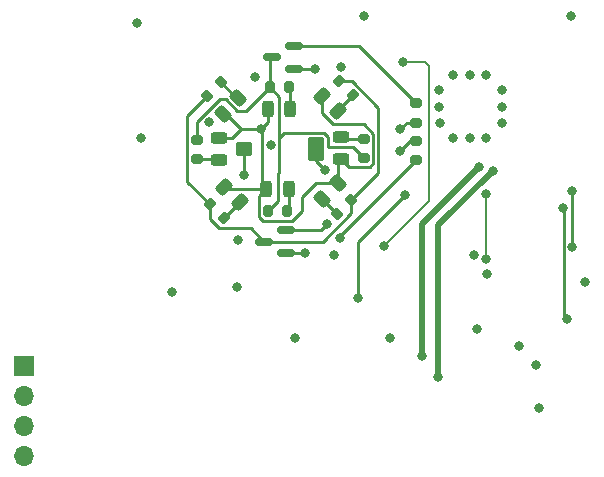
<source format=gbr>
%TF.GenerationSoftware,KiCad,Pcbnew,7.0.9*%
%TF.CreationDate,2023-12-19T02:47:06+01:00*%
%TF.ProjectId,biosensorbox,62696f73-656e-4736-9f72-626f782e6b69,rev?*%
%TF.SameCoordinates,Original*%
%TF.FileFunction,Copper,L4,Bot*%
%TF.FilePolarity,Positive*%
%FSLAX46Y46*%
G04 Gerber Fmt 4.6, Leading zero omitted, Abs format (unit mm)*
G04 Created by KiCad (PCBNEW 7.0.9) date 2023-12-19 02:47:06*
%MOMM*%
%LPD*%
G01*
G04 APERTURE LIST*
G04 Aperture macros list*
%AMRoundRect*
0 Rectangle with rounded corners*
0 $1 Rounding radius*
0 $2 $3 $4 $5 $6 $7 $8 $9 X,Y pos of 4 corners*
0 Add a 4 corners polygon primitive as box body*
4,1,4,$2,$3,$4,$5,$6,$7,$8,$9,$2,$3,0*
0 Add four circle primitives for the rounded corners*
1,1,$1+$1,$2,$3*
1,1,$1+$1,$4,$5*
1,1,$1+$1,$6,$7*
1,1,$1+$1,$8,$9*
0 Add four rect primitives between the rounded corners*
20,1,$1+$1,$2,$3,$4,$5,0*
20,1,$1+$1,$4,$5,$6,$7,0*
20,1,$1+$1,$6,$7,$8,$9,0*
20,1,$1+$1,$8,$9,$2,$3,0*%
G04 Aperture macros list end*
%TA.AperFunction,SMDPad,CuDef*%
%ADD10RoundRect,0.243750X-0.150260X0.494975X-0.494975X0.150260X0.150260X-0.494975X0.494975X-0.150260X0*%
%TD*%
%TA.AperFunction,SMDPad,CuDef*%
%ADD11RoundRect,0.243750X0.494975X0.150260X0.150260X0.494975X-0.494975X-0.150260X-0.150260X-0.494975X0*%
%TD*%
%TA.AperFunction,SMDPad,CuDef*%
%ADD12RoundRect,0.243750X0.150260X-0.494975X0.494975X-0.150260X-0.150260X0.494975X-0.494975X0.150260X0*%
%TD*%
%TA.AperFunction,SMDPad,CuDef*%
%ADD13RoundRect,0.243750X0.456250X-0.243750X0.456250X0.243750X-0.456250X0.243750X-0.456250X-0.243750X0*%
%TD*%
%TA.AperFunction,SMDPad,CuDef*%
%ADD14RoundRect,0.243750X0.243750X0.456250X-0.243750X0.456250X-0.243750X-0.456250X0.243750X-0.456250X0*%
%TD*%
%TA.AperFunction,SMDPad,CuDef*%
%ADD15RoundRect,0.243750X-0.456250X0.243750X-0.456250X-0.243750X0.456250X-0.243750X0.456250X0.243750X0*%
%TD*%
%TA.AperFunction,ComponentPad*%
%ADD16R,1.700000X1.700000*%
%TD*%
%TA.AperFunction,ComponentPad*%
%ADD17O,1.700000X1.700000*%
%TD*%
%TA.AperFunction,SMDPad,CuDef*%
%ADD18RoundRect,0.200000X0.053033X-0.335876X0.335876X-0.053033X-0.053033X0.335876X-0.335876X0.053033X0*%
%TD*%
%TA.AperFunction,SMDPad,CuDef*%
%ADD19RoundRect,0.175000X-0.525000X-0.825000X0.525000X-0.825000X0.525000X0.825000X-0.525000X0.825000X0*%
%TD*%
%TA.AperFunction,SMDPad,CuDef*%
%ADD20RoundRect,0.150000X-0.550000X-0.450000X0.550000X-0.450000X0.550000X0.450000X-0.550000X0.450000X0*%
%TD*%
%TA.AperFunction,SMDPad,CuDef*%
%ADD21RoundRect,0.200000X-0.200000X-0.275000X0.200000X-0.275000X0.200000X0.275000X-0.200000X0.275000X0*%
%TD*%
%TA.AperFunction,SMDPad,CuDef*%
%ADD22RoundRect,0.200000X-0.275000X0.200000X-0.275000X-0.200000X0.275000X-0.200000X0.275000X0.200000X0*%
%TD*%
%TA.AperFunction,SMDPad,CuDef*%
%ADD23RoundRect,0.200000X-0.053033X0.335876X-0.335876X0.053033X0.053033X-0.335876X0.335876X-0.053033X0*%
%TD*%
%TA.AperFunction,SMDPad,CuDef*%
%ADD24RoundRect,0.150000X0.587500X0.150000X-0.587500X0.150000X-0.587500X-0.150000X0.587500X-0.150000X0*%
%TD*%
%TA.AperFunction,SMDPad,CuDef*%
%ADD25RoundRect,0.200000X0.275000X-0.200000X0.275000X0.200000X-0.275000X0.200000X-0.275000X-0.200000X0*%
%TD*%
%TA.AperFunction,SMDPad,CuDef*%
%ADD26RoundRect,0.200000X-0.335876X-0.053033X-0.053033X-0.335876X0.335876X0.053033X0.053033X0.335876X0*%
%TD*%
%TA.AperFunction,ViaPad*%
%ADD27C,0.800000*%
%TD*%
%TA.AperFunction,Conductor*%
%ADD28C,0.250000*%
%TD*%
%TA.AperFunction,Conductor*%
%ADD29C,0.500000*%
%TD*%
%TA.AperFunction,Conductor*%
%ADD30C,0.200000*%
%TD*%
G04 APERTURE END LIST*
D10*
%TO.P,D9,1,K*%
%TO.N,Net-(D9-K)*%
X129745713Y-71320687D03*
%TO.P,D9,2,A*%
%TO.N,+3V3*%
X128419887Y-72646513D03*
%TD*%
D11*
%TO.P,D8,1,K*%
%TO.N,Net-(D8-K)*%
X129899103Y-80138103D03*
%TO.P,D8,2,A*%
%TO.N,+3V3*%
X128573277Y-78812277D03*
%TD*%
D12*
%TO.P,D7,1,K*%
%TO.N,Net-(D7-K)*%
X136844174Y-79835826D03*
%TO.P,D7,2,A*%
%TO.N,+3V3*%
X138170000Y-78510000D03*
%TD*%
D11*
%TO.P,D6,1,K*%
%TO.N,Net-(D6-K)*%
X138178513Y-72445266D03*
%TO.P,D6,2,A*%
%TO.N,+3V3*%
X136852687Y-71119440D03*
%TD*%
D13*
%TO.P,D4,1,K*%
%TO.N,Net-(D4-K)*%
X128075600Y-76592000D03*
%TO.P,D4,2,A*%
%TO.N,+3V3*%
X128075600Y-74717000D03*
%TD*%
D14*
%TO.P,D3,1,K*%
%TO.N,Net-(D3-K)*%
X134000000Y-79020000D03*
%TO.P,D3,2,A*%
%TO.N,+3V3*%
X132125000Y-79020000D03*
%TD*%
D15*
%TO.P,D2,1,K*%
%TO.N,Net-(D2-K)*%
X138450000Y-74642500D03*
%TO.P,D2,2,A*%
%TO.N,+3V3*%
X138450000Y-76517500D03*
%TD*%
D14*
%TO.P,D1,1,K*%
%TO.N,Net-(D1-K)*%
X134120000Y-72220000D03*
%TO.P,D1,2,A*%
%TO.N,+3V3*%
X132245000Y-72220000D03*
%TD*%
D16*
%TO.P,J2,1,Pin_1*%
%TO.N,/SDA_DISP*%
X111640000Y-93970000D03*
D17*
%TO.P,J2,2,Pin_2*%
%TO.N,/SCL_DISP*%
X111640000Y-96510000D03*
%TO.P,J2,3,Pin_3*%
%TO.N,+3V3*%
X111640000Y-99050000D03*
%TO.P,J2,4,Pin_4*%
%TO.N,GND*%
X111640000Y-101590000D03*
%TD*%
D18*
%TO.P,R17,1*%
%TO.N,Net-(Q1-D)*%
X127100000Y-71160000D03*
%TO.P,R17,2*%
%TO.N,Net-(D9-K)*%
X128266726Y-69993274D03*
%TD*%
D19*
%TO.P,D5,1,K*%
%TO.N,Net-(D5-K)*%
X136298400Y-75641200D03*
D20*
%TO.P,D5,2,A*%
%TO.N,GND*%
X130198400Y-75641200D03*
%TD*%
D21*
%TO.P,R6,1*%
%TO.N,Net-(Q2-D)*%
X132227300Y-80899200D03*
%TO.P,R6,2*%
%TO.N,Net-(D3-K)*%
X133877300Y-80899200D03*
%TD*%
D22*
%TO.P,R18,1*%
%TO.N,/GREEN_DRIVER*%
X144805400Y-74943200D03*
%TO.P,R18,2*%
%TO.N,Net-(Q1-G)*%
X144805400Y-76593200D03*
%TD*%
%TO.P,R7,1*%
%TO.N,Net-(Q2-D)*%
X126240000Y-74865000D03*
%TO.P,R7,2*%
%TO.N,Net-(D4-K)*%
X126240000Y-76515000D03*
%TD*%
D23*
%TO.P,R15,1*%
%TO.N,Net-(Q1-D)*%
X139296726Y-79943274D03*
%TO.P,R15,2*%
%TO.N,Net-(D7-K)*%
X138130000Y-81110000D03*
%TD*%
D24*
%TO.P,Q2,1,G*%
%TO.N,Net-(Q2-G)*%
X134490000Y-66920000D03*
%TO.P,Q2,2,S*%
%TO.N,GND*%
X134490000Y-68820000D03*
%TO.P,Q2,3,D*%
%TO.N,Net-(Q2-D)*%
X132615000Y-67870000D03*
%TD*%
D25*
%TO.P,R8,1*%
%TO.N,/RED_DRIVER*%
X144805400Y-73405000D03*
%TO.P,R8,2*%
%TO.N,Net-(Q2-G)*%
X144805400Y-71755000D03*
%TD*%
D26*
%TO.P,R16,1*%
%TO.N,Net-(Q1-D)*%
X127343274Y-80313274D03*
%TO.P,R16,2*%
%TO.N,Net-(D8-K)*%
X128510000Y-81480000D03*
%TD*%
D21*
%TO.P,R4,2*%
%TO.N,Net-(D1-K)*%
X134080000Y-70400000D03*
%TO.P,R4,1*%
%TO.N,Net-(Q2-D)*%
X132430000Y-70400000D03*
%TD*%
D26*
%TO.P,R14,1*%
%TO.N,Net-(Q1-D)*%
X138253274Y-69913274D03*
%TO.P,R14,2*%
%TO.N,Net-(D6-K)*%
X139420000Y-71080000D03*
%TD*%
D25*
%TO.P,R5,1*%
%TO.N,Net-(Q2-D)*%
X140390000Y-76425000D03*
%TO.P,R5,2*%
%TO.N,Net-(D2-K)*%
X140390000Y-74775000D03*
%TD*%
D24*
%TO.P,Q1,1,G*%
%TO.N,Net-(Q1-G)*%
X133781800Y-82529600D03*
%TO.P,Q1,2,S*%
%TO.N,GND*%
X133781800Y-84429600D03*
%TO.P,Q1,3,D*%
%TO.N,Net-(Q1-D)*%
X131906800Y-83479600D03*
%TD*%
D27*
%TO.N,Net-(Q1-G)*%
X138370000Y-83130000D03*
X137280000Y-81990000D03*
%TO.N,GND*%
X136270000Y-68840000D03*
X121200000Y-65000000D03*
%TO.N,/SCL_DISP*%
X146660000Y-94930000D03*
X151270000Y-77480000D03*
%TO.N,/SDA_DISP*%
X150090000Y-77160000D03*
X145280000Y-93130000D03*
%TO.N,GND*%
X121500000Y-74710000D03*
X129610000Y-87340000D03*
X124150000Y-87760000D03*
%TO.N,+3V3*%
X131640000Y-73965300D03*
%TO.N,Net-(D5-K)*%
X137120000Y-77440000D03*
%TO.N,GND*%
X132500000Y-75290000D03*
%TO.N,+3V3*%
X150740000Y-84910000D03*
X158030000Y-79230000D03*
X158030000Y-83910000D03*
X150740000Y-79450000D03*
%TO.N,GND*%
X140370000Y-64340000D03*
X152080000Y-72060000D03*
X142600000Y-91670000D03*
X157940000Y-64340000D03*
X152100000Y-73450000D03*
X155230000Y-97520000D03*
X134540000Y-91670000D03*
X146750000Y-70670000D03*
X149720000Y-84570000D03*
X146790000Y-73450000D03*
X135400000Y-84420000D03*
X159140000Y-86900000D03*
X149350000Y-69360000D03*
X131170000Y-69530000D03*
X130210000Y-77799502D03*
X146750000Y-72050000D03*
X149950000Y-90880000D03*
X138479399Y-68679399D03*
X149360000Y-74710000D03*
X129680000Y-83300000D03*
X152060000Y-70660000D03*
X150750000Y-69380000D03*
X147950000Y-69340000D03*
X153520000Y-92350000D03*
X150760000Y-74710000D03*
X150780000Y-86190000D03*
X137840000Y-84580000D03*
X154920000Y-93890000D03*
X127290000Y-73320000D03*
X147950000Y-74710000D03*
%TO.N,Net-(U1-EN)*%
X142090000Y-83860000D03*
X143660000Y-68270000D03*
%TO.N,/DisplayButton*%
X139870000Y-88290000D03*
X143890000Y-79490000D03*
%TO.N,/RED_DRIVER*%
X143460000Y-73940000D03*
%TO.N,/GREEN_DRIVER*%
X143450000Y-75770000D03*
%TO.N,/INT_IMU*%
X157600000Y-90060000D03*
X157270000Y-80590000D03*
%TD*%
D28*
%TO.N,Net-(Q1-G)*%
X138370000Y-83028600D02*
X144805400Y-76593200D01*
X138370000Y-83130000D02*
X138370000Y-83028600D01*
X133781800Y-82529600D02*
X136740400Y-82529600D01*
X136740400Y-82529600D02*
X137280000Y-81990000D01*
%TO.N,Net-(Q1-D)*%
X139296726Y-81074646D02*
X139296726Y-79943274D01*
X136891772Y-83479600D02*
X139296726Y-81074646D01*
X131906800Y-83479600D02*
X136891772Y-83479600D01*
X125440000Y-78410000D02*
X125440000Y-72820000D01*
X125440000Y-72820000D02*
X127100000Y-71160000D01*
X127343274Y-80313274D02*
X125440000Y-78410000D01*
%TO.N,Net-(D4-K)*%
X126240000Y-76515000D02*
X127998600Y-76515000D01*
X127998600Y-76515000D02*
X128075600Y-76592000D01*
%TO.N,Net-(Q2-D)*%
X126240000Y-73340000D02*
X126240000Y-74865000D01*
X128178765Y-71401235D02*
X126240000Y-73340000D01*
X130440813Y-72389187D02*
X129665165Y-72389187D01*
X132430000Y-70400000D02*
X130440813Y-72389187D01*
X129665165Y-72389187D02*
X128677213Y-71401235D01*
X128677213Y-71401235D02*
X128178765Y-71401235D01*
%TO.N,+3V3*%
X131775000Y-74100300D02*
X131640000Y-73965300D01*
X131775000Y-78670000D02*
X131775000Y-74100300D01*
X132125000Y-79020000D02*
X131775000Y-78670000D01*
%TO.N,Net-(D1-K)*%
X134120000Y-70440000D02*
X134080000Y-70400000D01*
X134120000Y-72220000D02*
X134120000Y-70440000D01*
%TO.N,Net-(D4-K)*%
X126537000Y-76592000D02*
X126450000Y-76505000D01*
%TO.N,+3V3*%
X129199106Y-74717000D02*
X129950806Y-73965300D01*
X128075600Y-74717000D02*
X129199106Y-74717000D01*
X136852687Y-72582687D02*
X136852687Y-71119440D01*
X137790000Y-73520000D02*
X136852687Y-72582687D01*
X141190000Y-74351996D02*
X140358004Y-73520000D01*
X141190000Y-76848004D02*
X141190000Y-74351996D01*
X139082500Y-77150000D02*
X140888004Y-77150000D01*
X140358004Y-73520000D02*
X137790000Y-73520000D01*
X138450000Y-76517500D02*
X139082500Y-77150000D01*
X140888004Y-77150000D02*
X141190000Y-76848004D01*
%TO.N,Net-(Q2-D)*%
X133598800Y-74316200D02*
X133225000Y-74690000D01*
X137323400Y-75455000D02*
X137323400Y-74604244D01*
X137323400Y-74604244D02*
X137035356Y-74316200D01*
X139420000Y-75455000D02*
X137323400Y-75455000D01*
X140390000Y-76425000D02*
X139420000Y-75455000D01*
X137035356Y-74316200D02*
X133598800Y-74316200D01*
%TO.N,+3V3*%
X134310000Y-81710000D02*
X135140000Y-80880000D01*
X131502300Y-81397204D02*
X131815096Y-81710000D01*
X131815096Y-81710000D02*
X134310000Y-81710000D01*
X131502300Y-79642700D02*
X131502300Y-81397204D01*
X132125000Y-79020000D02*
X131502300Y-79642700D01*
%TO.N,Net-(Q2-D)*%
X133070200Y-80056300D02*
X132227300Y-80899200D01*
X133070200Y-77749800D02*
X133070200Y-80056300D01*
X133225000Y-77595000D02*
X133070200Y-77749800D01*
X133225000Y-71195000D02*
X133225000Y-77595000D01*
X132430000Y-70400000D02*
X133225000Y-71195000D01*
%TO.N,Net-(D3-K)*%
X134000000Y-80776500D02*
X133877300Y-80899200D01*
X134000000Y-79020000D02*
X134000000Y-80776500D01*
%TO.N,+3V3*%
X132125000Y-79020000D02*
X128781000Y-79020000D01*
X128781000Y-79020000D02*
X128573277Y-78812277D01*
X132245000Y-73360300D02*
X131640000Y-73965300D01*
X132245000Y-72220000D02*
X132245000Y-73360300D01*
%TO.N,GND*%
X136250000Y-68820000D02*
X136270000Y-68840000D01*
X134490000Y-68820000D02*
X136250000Y-68820000D01*
%TO.N,Net-(Q2-G)*%
X139970400Y-66920000D02*
X144805400Y-71755000D01*
X134490000Y-66920000D02*
X139970400Y-66920000D01*
%TO.N,Net-(Q2-D)*%
X132430000Y-68055000D02*
X132615000Y-67870000D01*
X132430000Y-70400000D02*
X132430000Y-68055000D01*
%TO.N,Net-(D2-K)*%
X138582500Y-74775000D02*
X138450000Y-74642500D01*
X140390000Y-74775000D02*
X138582500Y-74775000D01*
%TO.N,Net-(D7-K)*%
X136855826Y-79835826D02*
X138130000Y-81110000D01*
X136844174Y-79835826D02*
X136855826Y-79835826D01*
%TO.N,+3V3*%
X138170000Y-78510000D02*
X136320000Y-78510000D01*
X136320000Y-78510000D02*
X135140000Y-79690000D01*
X138170000Y-76797500D02*
X138450000Y-76517500D01*
X138170000Y-78510000D02*
X138170000Y-76797500D01*
D29*
%TO.N,/SCL_DISP*%
X146660000Y-82090000D02*
X146660000Y-94930000D01*
X151270000Y-77480000D02*
X146660000Y-82090000D01*
%TO.N,/SDA_DISP*%
X145280000Y-81970000D02*
X150090000Y-77160000D01*
X145280000Y-93130000D02*
X145280000Y-81970000D01*
D28*
%TO.N,Net-(D9-K)*%
X129594139Y-71320687D02*
X128266726Y-69993274D01*
X129745713Y-71320687D02*
X129594139Y-71320687D01*
%TO.N,Net-(Q1-D)*%
X127343274Y-81573274D02*
X127343274Y-80313274D01*
X128130000Y-82360000D02*
X127343274Y-81573274D01*
X130787200Y-82360000D02*
X128130000Y-82360000D01*
X131906800Y-83479600D02*
X130787200Y-82360000D01*
%TO.N,Net-(D8-K)*%
X129851897Y-80138103D02*
X128510000Y-81480000D01*
X129899103Y-80138103D02*
X129851897Y-80138103D01*
%TO.N,+3V3*%
X132086223Y-78812277D02*
X132107700Y-78790800D01*
%TO.N,Net-(D3-K)*%
X133860000Y-78913500D02*
X133982700Y-78790800D01*
%TO.N,Net-(Q1-D)*%
X139296726Y-79943274D02*
X141610000Y-77630000D01*
%TO.N,Net-(D7-K)*%
X138130000Y-81110000D02*
X138051774Y-81110000D01*
%TO.N,Net-(Q1-D)*%
X141610000Y-72138628D02*
X141610000Y-77630000D01*
X139384646Y-69913274D02*
X141610000Y-72138628D01*
X138253274Y-69913274D02*
X139384646Y-69913274D01*
%TO.N,Net-(D6-K)*%
X138178513Y-72321487D02*
X139420000Y-71080000D01*
X138178513Y-72445266D02*
X138178513Y-72321487D01*
%TO.N,Net-(D1-K)*%
X133865000Y-72348600D02*
X133957200Y-72440800D01*
%TO.N,+3V3*%
X128525953Y-72540447D02*
X129950806Y-73965300D01*
X129950806Y-73965300D02*
X131640000Y-73965300D01*
X135140000Y-79690000D02*
X135140000Y-80880000D01*
%TO.N,Net-(D5-K)*%
X136298400Y-76618400D02*
X137120000Y-77440000D01*
X136298400Y-75641200D02*
X136298400Y-76618400D01*
X136340000Y-76360000D02*
X136370000Y-76390000D01*
D30*
%TO.N,+3V3*%
X150740000Y-84910000D02*
X150740000Y-79450000D01*
D28*
X128371600Y-72694800D02*
X128525953Y-72540447D01*
X158030000Y-83910000D02*
X158030000Y-79230000D01*
X137970847Y-76557553D02*
X138125200Y-76403200D01*
%TO.N,GND*%
X135390400Y-84429600D02*
X135400000Y-84420000D01*
X133781800Y-84429600D02*
X135390400Y-84429600D01*
X130198400Y-75641200D02*
X130198400Y-77787902D01*
X130198400Y-77787902D02*
X130210000Y-77799502D01*
D30*
%TO.N,Net-(U1-EN)*%
X142090000Y-83860000D02*
X145890000Y-80060000D01*
X145890000Y-80060000D02*
X145890000Y-68600000D01*
X145890000Y-68600000D02*
X145560000Y-68270000D01*
X145560000Y-68270000D02*
X143660000Y-68270000D01*
D28*
%TO.N,/DisplayButton*%
X139870000Y-88290000D02*
X139870000Y-83510000D01*
X139870000Y-83510000D02*
X143890000Y-79490000D01*
%TO.N,/RED_DRIVER*%
X144805400Y-73405000D02*
X143995000Y-73405000D01*
X143995000Y-73405000D02*
X143460000Y-73940000D01*
%TO.N,/GREEN_DRIVER*%
X144805400Y-74943200D02*
X144276800Y-74943200D01*
X144276800Y-74943200D02*
X143450000Y-75770000D01*
%TO.N,/INT_IMU*%
X157305000Y-89765000D02*
X157305000Y-80625000D01*
X157305000Y-80625000D02*
X157270000Y-80590000D01*
X157600000Y-90060000D02*
X157305000Y-89765000D01*
%TD*%
M02*

</source>
